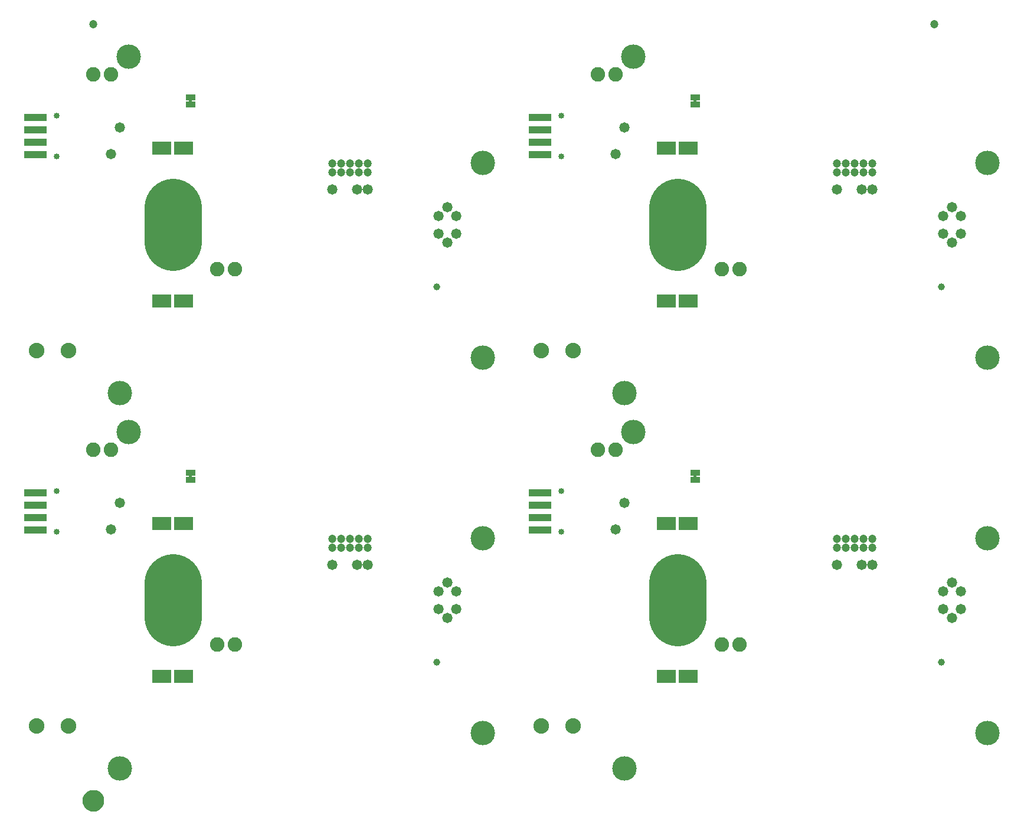
<source format=gbs>
G75*
%MOIN*%
%OFA0B0*%
%FSLAX25Y25*%
%IPPOS*%
%LPD*%
%AMOC8*
5,1,8,0,0,1.08239X$1,22.5*
%
%ADD10C,0.13800*%
%ADD11C,0.08800*%
%ADD12C,0.03359*%
%ADD13R,0.12611X0.04343*%
%ADD14C,0.05800*%
%ADD15C,0.04737*%
%ADD16R,0.10800X0.07800*%
%ADD17C,0.32296*%
%ADD18C,0.08200*%
%ADD19C,0.03950*%
%ADD20R,0.05800X0.03300*%
%ADD21C,0.00500*%
%ADD22C,0.05000*%
%ADD23C,0.06706*%
D10*
X0158933Y0118933D03*
X0363933Y0138933D03*
X0443933Y0118933D03*
X0363933Y0248933D03*
X0448933Y0308933D03*
X0443933Y0330933D03*
X0363933Y0350933D03*
X0363933Y0460933D03*
X0448933Y0520933D03*
X0648933Y0460933D03*
X0648933Y0350933D03*
X0648933Y0248933D03*
X0648933Y0138933D03*
X0163933Y0308933D03*
X0158933Y0330933D03*
X0163933Y0520933D03*
D11*
X0129933Y0354933D03*
X0111933Y0354933D03*
X0396933Y0354933D03*
X0414933Y0354933D03*
X0414933Y0142933D03*
X0396933Y0142933D03*
X0129933Y0142933D03*
X0111933Y0142933D03*
D12*
X0123244Y0252555D03*
X0123244Y0275311D03*
X0123244Y0464555D03*
X0123244Y0487311D03*
X0408244Y0487311D03*
X0408244Y0464555D03*
X0408244Y0275311D03*
X0408244Y0252555D03*
D13*
X0396433Y0253433D03*
X0396433Y0260433D03*
X0396433Y0267433D03*
X0396433Y0274433D03*
X0396433Y0465433D03*
X0396433Y0472433D03*
X0396433Y0479433D03*
X0396433Y0486433D03*
X0111433Y0486433D03*
X0111433Y0479433D03*
X0111433Y0472433D03*
X0111433Y0465433D03*
X0111433Y0274433D03*
X0111433Y0267433D03*
X0111433Y0260433D03*
X0111433Y0253433D03*
D14*
X0153933Y0253933D03*
X0158933Y0268933D03*
X0278933Y0233933D03*
X0292933Y0233933D03*
X0298933Y0233933D03*
X0338933Y0218933D03*
X0343933Y0223933D03*
X0348933Y0218933D03*
X0348933Y0208933D03*
X0343933Y0203933D03*
X0338933Y0208933D03*
X0438933Y0253933D03*
X0443933Y0268933D03*
X0563933Y0233933D03*
X0577933Y0233933D03*
X0583933Y0233933D03*
X0623933Y0218933D03*
X0628933Y0223933D03*
X0633933Y0218933D03*
X0633933Y0208933D03*
X0628933Y0203933D03*
X0623933Y0208933D03*
X0628933Y0415933D03*
X0623933Y0420933D03*
X0633933Y0420933D03*
X0633933Y0430933D03*
X0628933Y0435933D03*
X0623933Y0430933D03*
X0583933Y0445933D03*
X0577933Y0445933D03*
X0563933Y0445933D03*
X0443933Y0480933D03*
X0438933Y0465933D03*
X0348933Y0430933D03*
X0343933Y0435933D03*
X0338933Y0430933D03*
X0338933Y0420933D03*
X0343933Y0415933D03*
X0348933Y0420933D03*
X0298933Y0445933D03*
X0292933Y0445933D03*
X0278933Y0445933D03*
X0158933Y0480933D03*
X0153933Y0465933D03*
D15*
X0143933Y0539183D03*
X0278933Y0460433D03*
X0278933Y0455433D03*
X0283933Y0455433D03*
X0283933Y0460433D03*
X0288933Y0460433D03*
X0288933Y0455433D03*
X0293933Y0455433D03*
X0293933Y0460433D03*
X0298933Y0460433D03*
X0298933Y0455433D03*
X0563933Y0455433D03*
X0563933Y0460433D03*
X0568933Y0460433D03*
X0568933Y0455433D03*
X0573933Y0455433D03*
X0578933Y0455433D03*
X0578933Y0460433D03*
X0573933Y0460433D03*
X0583933Y0460433D03*
X0583933Y0455433D03*
X0618933Y0539183D03*
X0583933Y0248433D03*
X0583933Y0243433D03*
X0578933Y0243433D03*
X0573933Y0243433D03*
X0568933Y0243433D03*
X0563933Y0243433D03*
X0563933Y0248433D03*
X0568933Y0248433D03*
X0573933Y0248433D03*
X0578933Y0248433D03*
X0298933Y0248433D03*
X0298933Y0243433D03*
X0293933Y0243433D03*
X0288933Y0243433D03*
X0283933Y0243433D03*
X0278933Y0243433D03*
X0278933Y0248433D03*
X0283933Y0248433D03*
X0288933Y0248433D03*
X0293933Y0248433D03*
D16*
X0195035Y0257240D03*
X0182831Y0257240D03*
X0182831Y0170626D03*
X0195035Y0170626D03*
X0467831Y0170626D03*
X0480035Y0170626D03*
X0480035Y0257240D03*
X0467831Y0257240D03*
X0467831Y0382626D03*
X0480035Y0382626D03*
X0480035Y0469240D03*
X0467831Y0469240D03*
X0195035Y0469240D03*
X0182831Y0469240D03*
X0182831Y0382626D03*
X0195035Y0382626D03*
D17*
X0188933Y0416091D02*
X0188933Y0435775D01*
X0473933Y0435775D02*
X0473933Y0416091D01*
X0473933Y0223775D02*
X0473933Y0204091D01*
X0188933Y0204091D02*
X0188933Y0223775D01*
D18*
X0213933Y0188933D03*
X0223933Y0188933D03*
X0153933Y0298933D03*
X0143933Y0298933D03*
X0213933Y0400933D03*
X0223933Y0400933D03*
X0153933Y0510933D03*
X0143933Y0510933D03*
X0428933Y0510933D03*
X0438933Y0510933D03*
X0498933Y0400933D03*
X0508933Y0400933D03*
X0438933Y0298933D03*
X0428933Y0298933D03*
X0498933Y0188933D03*
X0508933Y0188933D03*
D19*
X0622870Y0178933D03*
X0337870Y0178933D03*
X0337870Y0390933D03*
X0622870Y0390933D03*
D20*
X0483933Y0285933D03*
X0483933Y0281933D03*
X0198933Y0281933D03*
X0198933Y0285933D03*
X0198933Y0493933D03*
X0198933Y0497933D03*
X0483933Y0497933D03*
X0483933Y0493933D03*
D21*
X0483433Y0495183D02*
X0484433Y0495183D01*
X0484433Y0496683D01*
X0483433Y0496683D01*
X0483433Y0495183D01*
X0483433Y0495279D02*
X0484433Y0495279D01*
X0484433Y0495778D02*
X0483433Y0495778D01*
X0483433Y0496276D02*
X0484433Y0496276D01*
X0199433Y0496276D02*
X0198433Y0496276D01*
X0198433Y0496683D02*
X0198433Y0495183D01*
X0199433Y0495183D01*
X0199433Y0496683D01*
X0198433Y0496683D01*
X0198433Y0495778D02*
X0199433Y0495778D01*
X0199433Y0495279D02*
X0198433Y0495279D01*
X0198433Y0284683D02*
X0198433Y0283183D01*
X0199433Y0283183D01*
X0199433Y0284683D01*
X0198433Y0284683D01*
X0198433Y0284409D02*
X0199433Y0284409D01*
X0199433Y0283911D02*
X0198433Y0283911D01*
X0198433Y0283412D02*
X0199433Y0283412D01*
X0483433Y0283412D02*
X0484433Y0283412D01*
X0484433Y0283183D02*
X0483433Y0283183D01*
X0483433Y0284683D01*
X0484433Y0284683D01*
X0484433Y0283183D01*
X0484433Y0283911D02*
X0483433Y0283911D01*
X0483433Y0284409D02*
X0484433Y0284409D01*
D22*
X0140368Y0100683D02*
X0140370Y0100802D01*
X0140376Y0100921D01*
X0140386Y0101040D01*
X0140400Y0101158D01*
X0140418Y0101276D01*
X0140439Y0101393D01*
X0140465Y0101509D01*
X0140495Y0101625D01*
X0140528Y0101739D01*
X0140565Y0101852D01*
X0140606Y0101964D01*
X0140651Y0102075D01*
X0140699Y0102184D01*
X0140751Y0102291D01*
X0140807Y0102396D01*
X0140866Y0102500D01*
X0140928Y0102601D01*
X0140994Y0102701D01*
X0141063Y0102798D01*
X0141135Y0102892D01*
X0141211Y0102985D01*
X0141289Y0103074D01*
X0141370Y0103161D01*
X0141455Y0103246D01*
X0141542Y0103327D01*
X0141631Y0103405D01*
X0141724Y0103481D01*
X0141818Y0103553D01*
X0141915Y0103622D01*
X0142015Y0103688D01*
X0142116Y0103750D01*
X0142220Y0103809D01*
X0142325Y0103865D01*
X0142432Y0103917D01*
X0142541Y0103965D01*
X0142652Y0104010D01*
X0142764Y0104051D01*
X0142877Y0104088D01*
X0142991Y0104121D01*
X0143107Y0104151D01*
X0143223Y0104177D01*
X0143340Y0104198D01*
X0143458Y0104216D01*
X0143576Y0104230D01*
X0143695Y0104240D01*
X0143814Y0104246D01*
X0143933Y0104248D01*
X0144052Y0104246D01*
X0144171Y0104240D01*
X0144290Y0104230D01*
X0144408Y0104216D01*
X0144526Y0104198D01*
X0144643Y0104177D01*
X0144759Y0104151D01*
X0144875Y0104121D01*
X0144989Y0104088D01*
X0145102Y0104051D01*
X0145214Y0104010D01*
X0145325Y0103965D01*
X0145434Y0103917D01*
X0145541Y0103865D01*
X0145646Y0103809D01*
X0145750Y0103750D01*
X0145851Y0103688D01*
X0145951Y0103622D01*
X0146048Y0103553D01*
X0146142Y0103481D01*
X0146235Y0103405D01*
X0146324Y0103327D01*
X0146411Y0103246D01*
X0146496Y0103161D01*
X0146577Y0103074D01*
X0146655Y0102985D01*
X0146731Y0102892D01*
X0146803Y0102798D01*
X0146872Y0102701D01*
X0146938Y0102601D01*
X0147000Y0102500D01*
X0147059Y0102396D01*
X0147115Y0102291D01*
X0147167Y0102184D01*
X0147215Y0102075D01*
X0147260Y0101964D01*
X0147301Y0101852D01*
X0147338Y0101739D01*
X0147371Y0101625D01*
X0147401Y0101509D01*
X0147427Y0101393D01*
X0147448Y0101276D01*
X0147466Y0101158D01*
X0147480Y0101040D01*
X0147490Y0100921D01*
X0147496Y0100802D01*
X0147498Y0100683D01*
X0147496Y0100564D01*
X0147490Y0100445D01*
X0147480Y0100326D01*
X0147466Y0100208D01*
X0147448Y0100090D01*
X0147427Y0099973D01*
X0147401Y0099857D01*
X0147371Y0099741D01*
X0147338Y0099627D01*
X0147301Y0099514D01*
X0147260Y0099402D01*
X0147215Y0099291D01*
X0147167Y0099182D01*
X0147115Y0099075D01*
X0147059Y0098970D01*
X0147000Y0098866D01*
X0146938Y0098765D01*
X0146872Y0098665D01*
X0146803Y0098568D01*
X0146731Y0098474D01*
X0146655Y0098381D01*
X0146577Y0098292D01*
X0146496Y0098205D01*
X0146411Y0098120D01*
X0146324Y0098039D01*
X0146235Y0097961D01*
X0146142Y0097885D01*
X0146048Y0097813D01*
X0145951Y0097744D01*
X0145851Y0097678D01*
X0145750Y0097616D01*
X0145646Y0097557D01*
X0145541Y0097501D01*
X0145434Y0097449D01*
X0145325Y0097401D01*
X0145214Y0097356D01*
X0145102Y0097315D01*
X0144989Y0097278D01*
X0144875Y0097245D01*
X0144759Y0097215D01*
X0144643Y0097189D01*
X0144526Y0097168D01*
X0144408Y0097150D01*
X0144290Y0097136D01*
X0144171Y0097126D01*
X0144052Y0097120D01*
X0143933Y0097118D01*
X0143814Y0097120D01*
X0143695Y0097126D01*
X0143576Y0097136D01*
X0143458Y0097150D01*
X0143340Y0097168D01*
X0143223Y0097189D01*
X0143107Y0097215D01*
X0142991Y0097245D01*
X0142877Y0097278D01*
X0142764Y0097315D01*
X0142652Y0097356D01*
X0142541Y0097401D01*
X0142432Y0097449D01*
X0142325Y0097501D01*
X0142220Y0097557D01*
X0142116Y0097616D01*
X0142015Y0097678D01*
X0141915Y0097744D01*
X0141818Y0097813D01*
X0141724Y0097885D01*
X0141631Y0097961D01*
X0141542Y0098039D01*
X0141455Y0098120D01*
X0141370Y0098205D01*
X0141289Y0098292D01*
X0141211Y0098381D01*
X0141135Y0098474D01*
X0141063Y0098568D01*
X0140994Y0098665D01*
X0140928Y0098765D01*
X0140866Y0098866D01*
X0140807Y0098970D01*
X0140751Y0099075D01*
X0140699Y0099182D01*
X0140651Y0099291D01*
X0140606Y0099402D01*
X0140565Y0099514D01*
X0140528Y0099627D01*
X0140495Y0099741D01*
X0140465Y0099857D01*
X0140439Y0099973D01*
X0140418Y0100090D01*
X0140400Y0100208D01*
X0140386Y0100326D01*
X0140376Y0100445D01*
X0140370Y0100564D01*
X0140368Y0100683D01*
D23*
X0143933Y0100683D03*
M02*

</source>
